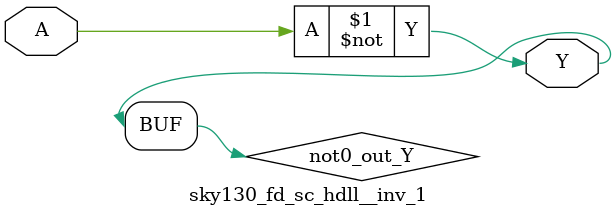
<source format=v>
/*
 * Copyright 2020 The SkyWater PDK Authors
 *
 * Licensed under the Apache License, Version 2.0 (the "License");
 * you may not use this file except in compliance with the License.
 * You may obtain a copy of the License at
 *
 *     https://www.apache.org/licenses/LICENSE-2.0
 *
 * Unless required by applicable law or agreed to in writing, software
 * distributed under the License is distributed on an "AS IS" BASIS,
 * WITHOUT WARRANTIES OR CONDITIONS OF ANY KIND, either express or implied.
 * See the License for the specific language governing permissions and
 * limitations under the License.
 *
 * SPDX-License-Identifier: Apache-2.0
*/


`ifndef SKY130_FD_SC_HDLL__INV_1_FUNCTIONAL_V
`define SKY130_FD_SC_HDLL__INV_1_FUNCTIONAL_V

/**
 * inv: Inverter.
 *
 * Verilog simulation functional model.
 */

`timescale 1ns / 1ps
`default_nettype none

`celldefine
module sky130_fd_sc_hdll__inv_1 (
    Y,
    A
);

    // Module ports
    output Y;
    input  A;

    // Local signals
    wire not0_out_Y;

    //  Name  Output      Other arguments
    not not0 (not0_out_Y, A              );
    buf buf0 (Y         , not0_out_Y     );

endmodule
`endcelldefine

`default_nettype wire
`endif  // SKY130_FD_SC_HDLL__INV_1_FUNCTIONAL_V

</source>
